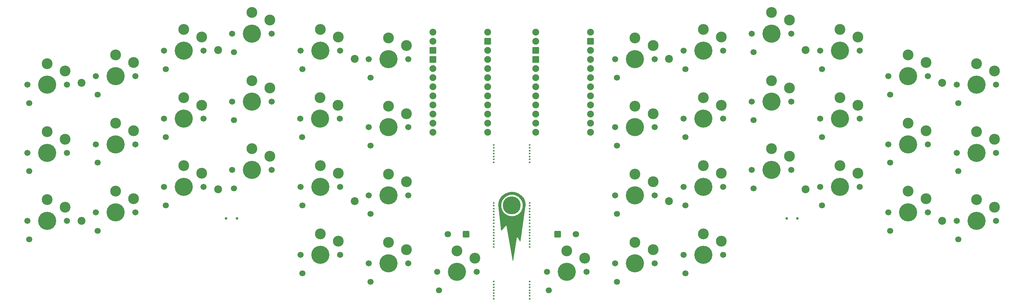
<source format=gbr>
%TF.GenerationSoftware,KiCad,Pcbnew,9.0.4*%
%TF.CreationDate,2025-09-16T20:03:49+03:00*%
%TF.ProjectId,KOMETA,4b4f4d45-5441-42e6-9b69-6361645f7063,rev?*%
%TF.SameCoordinates,Original*%
%TF.FileFunction,Soldermask,Top*%
%TF.FilePolarity,Negative*%
%FSLAX46Y46*%
G04 Gerber Fmt 4.6, Leading zero omitted, Abs format (unit mm)*
G04 Created by KiCad (PCBNEW 9.0.4) date 2025-09-16 20:03:49*
%MOMM*%
%LPD*%
G01*
G04 APERTURE LIST*
G04 Aperture macros list*
%AMRoundRect*
0 Rectangle with rounded corners*
0 $1 Rounding radius*
0 $2 $3 $4 $5 $6 $7 $8 $9 X,Y pos of 4 corners*
0 Add a 4 corners polygon primitive as box body*
4,1,4,$2,$3,$4,$5,$6,$7,$8,$9,$2,$3,0*
0 Add four circle primitives for the rounded corners*
1,1,$1+$1,$2,$3*
1,1,$1+$1,$4,$5*
1,1,$1+$1,$6,$7*
1,1,$1+$1,$8,$9*
0 Add four rect primitives between the rounded corners*
20,1,$1+$1,$2,$3,$4,$5,0*
20,1,$1+$1,$4,$5,$6,$7,0*
20,1,$1+$1,$6,$7,$8,$9,0*
20,1,$1+$1,$8,$9,$2,$3,0*%
G04 Aperture macros list end*
%ADD10C,0.000000*%
%ADD11C,2.200000*%
%ADD12C,1.701800*%
%ADD13C,1.700000*%
%ADD14C,3.010000*%
%ADD15C,5.050000*%
%ADD16C,0.500000*%
%ADD17C,0.700000*%
%ADD18C,1.800000*%
%ADD19RoundRect,0.200000X-0.700000X0.700000X-0.700000X-0.700000X0.700000X-0.700000X0.700000X0.700000X0*%
%ADD20O,1.900000X1.900000*%
%ADD21RoundRect,0.250000X-0.700000X-0.700000X0.700000X-0.700000X0.700000X0.700000X-0.700000X0.700000X0*%
%ADD22C,5.000000*%
%ADD23RoundRect,0.200000X0.700000X-0.700000X0.700000X0.700000X-0.700000X0.700000X-0.700000X-0.700000X0*%
G04 APERTURE END LIST*
D10*
G36*
X207656164Y-161918899D02*
G01*
X207903342Y-161947400D01*
X208148593Y-161992168D01*
X208391087Y-162053188D01*
X208629994Y-162130448D01*
X208864484Y-162223933D01*
X209093726Y-162333630D01*
X209316892Y-162459526D01*
X209536850Y-162593578D01*
X209669239Y-162678585D01*
X209797005Y-162769348D01*
X209919995Y-162865664D01*
X210038055Y-162967333D01*
X210151032Y-163074154D01*
X210258773Y-163185925D01*
X210361124Y-163302444D01*
X210457931Y-163423512D01*
X210549042Y-163548926D01*
X210634304Y-163678485D01*
X210713562Y-163811988D01*
X210786664Y-163949234D01*
X210853456Y-164090022D01*
X210913784Y-164234150D01*
X210967497Y-164381416D01*
X211014439Y-164531621D01*
X211037908Y-164617708D01*
X211059054Y-164704282D01*
X211077873Y-164791295D01*
X211094363Y-164878701D01*
X211108520Y-164966453D01*
X211120341Y-165054504D01*
X211129823Y-165142807D01*
X211136963Y-165231315D01*
X211141758Y-165319982D01*
X211144205Y-165408760D01*
X211144299Y-165497602D01*
X211142039Y-165586462D01*
X211137421Y-165675293D01*
X211130443Y-165764047D01*
X211121099Y-165852679D01*
X211109389Y-165941140D01*
X209738435Y-175683791D01*
X209736928Y-175691875D01*
X209734846Y-175699573D01*
X209732219Y-175706875D01*
X209729081Y-175713778D01*
X209725463Y-175720273D01*
X209721397Y-175726355D01*
X209716915Y-175732017D01*
X209712048Y-175737253D01*
X209706831Y-175742057D01*
X209701293Y-175746422D01*
X209695467Y-175750342D01*
X209689385Y-175753811D01*
X209683080Y-175756821D01*
X209676583Y-175759367D01*
X209669925Y-175761443D01*
X209663140Y-175763042D01*
X209656260Y-175764157D01*
X209649315Y-175764783D01*
X209642339Y-175764912D01*
X209635362Y-175764539D01*
X209628418Y-175763658D01*
X209621538Y-175762261D01*
X209614755Y-175760342D01*
X209608099Y-175757896D01*
X209601604Y-175754916D01*
X209595302Y-175751394D01*
X209589223Y-175747326D01*
X209583401Y-175742704D01*
X209577867Y-175737523D01*
X209572653Y-175731776D01*
X209567792Y-175725456D01*
X209563315Y-175718557D01*
X208922915Y-174641410D01*
X208918472Y-174634562D01*
X208913649Y-174628283D01*
X208908476Y-174622567D01*
X208902986Y-174617408D01*
X208897209Y-174612801D01*
X208891178Y-174608738D01*
X208884923Y-174605215D01*
X208878476Y-174602224D01*
X208871869Y-174599761D01*
X208865133Y-174597819D01*
X208858299Y-174596392D01*
X208851399Y-174595473D01*
X208844465Y-174595058D01*
X208837528Y-174595140D01*
X208830619Y-174595713D01*
X208823770Y-174596771D01*
X208817012Y-174598308D01*
X208810376Y-174600319D01*
X208803895Y-174602796D01*
X208797600Y-174605734D01*
X208791522Y-174609127D01*
X208785692Y-174612969D01*
X208780142Y-174617254D01*
X208774904Y-174621976D01*
X208770009Y-174627129D01*
X208765488Y-174632707D01*
X208761373Y-174638704D01*
X208757695Y-174645114D01*
X208754487Y-174651931D01*
X208751778Y-174659149D01*
X208749601Y-174666762D01*
X208747988Y-174674764D01*
X207717892Y-181073625D01*
X207715918Y-181083194D01*
X207713206Y-181092152D01*
X207709807Y-181100500D01*
X207705769Y-181108237D01*
X207701140Y-181115363D01*
X207695970Y-181121878D01*
X207690307Y-181127781D01*
X207684200Y-181133071D01*
X207677697Y-181137749D01*
X207670848Y-181141813D01*
X207663701Y-181145264D01*
X207656305Y-181148101D01*
X207648708Y-181150323D01*
X207640960Y-181151930D01*
X207633109Y-181152922D01*
X207625204Y-181153299D01*
X207617294Y-181153059D01*
X207609427Y-181152203D01*
X207601652Y-181150729D01*
X207594018Y-181148639D01*
X207586574Y-181145930D01*
X207579368Y-181142603D01*
X207572450Y-181138658D01*
X207565867Y-181134093D01*
X207559669Y-181128909D01*
X207553904Y-181123105D01*
X207548622Y-181116681D01*
X207543870Y-181109636D01*
X207539699Y-181101970D01*
X207536155Y-181093682D01*
X207533289Y-181084773D01*
X207531149Y-181075240D01*
X205799717Y-171394060D01*
X205798135Y-171386768D01*
X205796070Y-171379793D01*
X205793549Y-171373142D01*
X205790596Y-171366821D01*
X205787236Y-171360837D01*
X205783493Y-171355196D01*
X205779393Y-171349905D01*
X205774961Y-171344970D01*
X205770221Y-171340398D01*
X205765198Y-171336195D01*
X205759917Y-171332368D01*
X205754403Y-171328924D01*
X205748680Y-171325869D01*
X205742774Y-171323209D01*
X205736710Y-171320951D01*
X205730512Y-171319102D01*
X205724205Y-171317668D01*
X205717814Y-171316655D01*
X205711364Y-171316071D01*
X205704880Y-171315922D01*
X205698387Y-171316213D01*
X205691908Y-171316953D01*
X205685471Y-171318147D01*
X205679098Y-171319801D01*
X205672815Y-171321923D01*
X205666647Y-171324519D01*
X205660619Y-171327595D01*
X205654756Y-171331159D01*
X205649082Y-171335215D01*
X205643622Y-171339772D01*
X205638402Y-171344836D01*
X205633445Y-171350412D01*
X204515078Y-172705172D01*
X204509962Y-172710918D01*
X204504573Y-172716116D01*
X204498938Y-172720774D01*
X204493085Y-172724900D01*
X204487038Y-172728502D01*
X204480825Y-172731587D01*
X204474472Y-172734163D01*
X204468007Y-172736239D01*
X204461455Y-172737822D01*
X204454843Y-172738920D01*
X204448198Y-172739540D01*
X204441546Y-172739690D01*
X204434914Y-172739379D01*
X204428329Y-172738614D01*
X204421817Y-172737403D01*
X204415404Y-172735753D01*
X204409117Y-172733673D01*
X204402984Y-172731171D01*
X204397030Y-172728253D01*
X204391282Y-172724928D01*
X204385766Y-172721204D01*
X204380510Y-172717089D01*
X204375539Y-172712590D01*
X204370881Y-172707715D01*
X204366562Y-172702472D01*
X204362608Y-172696869D01*
X204359047Y-172690913D01*
X204355904Y-172684613D01*
X204353207Y-172677976D01*
X204350981Y-172671010D01*
X204349254Y-172663723D01*
X204348052Y-172656123D01*
X203582393Y-165824899D01*
X203572866Y-165735227D01*
X203566163Y-165650333D01*
X204360715Y-165650333D01*
X204362081Y-165804091D01*
X204371127Y-165955957D01*
X204387669Y-166105739D01*
X204411522Y-166253248D01*
X204442502Y-166398292D01*
X204480424Y-166540682D01*
X204525103Y-166680225D01*
X204576356Y-166816732D01*
X204633997Y-166950011D01*
X204697841Y-167079872D01*
X204767705Y-167206125D01*
X204843404Y-167328577D01*
X204924753Y-167447040D01*
X205011567Y-167561321D01*
X205103662Y-167671231D01*
X205200854Y-167776578D01*
X205302957Y-167877172D01*
X205409787Y-167972822D01*
X205521160Y-168063337D01*
X205636891Y-168148527D01*
X205756796Y-168228200D01*
X205880689Y-168302167D01*
X206008387Y-168370235D01*
X206139705Y-168432216D01*
X206274457Y-168487917D01*
X206412460Y-168537149D01*
X206553529Y-168579720D01*
X206697480Y-168615439D01*
X206844127Y-168644117D01*
X206993287Y-168665562D01*
X207144774Y-168679583D01*
X207298404Y-168685990D01*
X207452162Y-168684624D01*
X207604027Y-168675578D01*
X207753810Y-168659036D01*
X207901318Y-168635183D01*
X208046363Y-168604203D01*
X208188752Y-168566281D01*
X208328295Y-168521602D01*
X208464802Y-168470349D01*
X208598081Y-168412708D01*
X208727943Y-168348864D01*
X208854195Y-168279000D01*
X208976648Y-168203301D01*
X209095110Y-168121952D01*
X209209392Y-168035138D01*
X209319301Y-167943043D01*
X209424648Y-167845851D01*
X209525242Y-167743748D01*
X209620892Y-167636918D01*
X209711407Y-167525545D01*
X209796597Y-167409813D01*
X209876271Y-167289909D01*
X209950237Y-167166016D01*
X210018306Y-167038318D01*
X210080287Y-166907000D01*
X210135988Y-166772248D01*
X210185220Y-166634245D01*
X210227791Y-166493176D01*
X210263510Y-166349225D01*
X210292188Y-166202578D01*
X210313632Y-166053418D01*
X210327654Y-165901931D01*
X210334060Y-165748301D01*
X210332695Y-165594543D01*
X210323649Y-165442678D01*
X210307107Y-165292895D01*
X210283254Y-165145386D01*
X210252274Y-165000342D01*
X210214352Y-164857953D01*
X210169672Y-164718410D01*
X210118420Y-164581903D01*
X210060779Y-164448624D01*
X209996934Y-164318762D01*
X209927070Y-164192510D01*
X209851372Y-164070057D01*
X209770023Y-163951595D01*
X209683209Y-163837313D01*
X209591113Y-163727404D01*
X209493922Y-163622057D01*
X209391819Y-163521463D01*
X209284988Y-163425813D01*
X209173615Y-163335298D01*
X209057884Y-163250108D01*
X208937979Y-163170435D01*
X208814086Y-163096468D01*
X208686388Y-163028399D01*
X208555071Y-162966419D01*
X208420318Y-162910717D01*
X208282315Y-162861486D01*
X208141246Y-162818915D01*
X207997296Y-162783195D01*
X207850649Y-162754517D01*
X207701489Y-162733073D01*
X207550002Y-162719052D01*
X207396372Y-162712645D01*
X207242614Y-162714010D01*
X207090749Y-162723056D01*
X206940966Y-162739598D01*
X206793457Y-162763451D01*
X206648413Y-162794431D01*
X206506023Y-162832353D01*
X206366480Y-162877033D01*
X206229973Y-162928285D01*
X206096694Y-162985926D01*
X205966833Y-163049771D01*
X205840580Y-163119635D01*
X205718128Y-163195334D01*
X205599665Y-163276682D01*
X205485384Y-163363497D01*
X205375474Y-163455592D01*
X205270127Y-163552783D01*
X205169533Y-163654886D01*
X205073883Y-163761717D01*
X204983368Y-163873090D01*
X204898178Y-163988821D01*
X204818505Y-164108726D01*
X204744538Y-164232619D01*
X204676469Y-164360317D01*
X204614489Y-164491634D01*
X204558788Y-164626387D01*
X204509556Y-164764390D01*
X204466985Y-164905459D01*
X204431266Y-165049409D01*
X204402588Y-165196057D01*
X204381143Y-165345216D01*
X204367122Y-165496703D01*
X204360715Y-165650333D01*
X203566163Y-165650333D01*
X203565777Y-165645445D01*
X203561120Y-165555603D01*
X203558891Y-165465749D01*
X203559086Y-165375931D01*
X203561698Y-165286200D01*
X203566724Y-165196604D01*
X203574159Y-165107191D01*
X203583999Y-165018011D01*
X203596237Y-164929112D01*
X203610870Y-164840544D01*
X203627892Y-164752356D01*
X203647299Y-164664595D01*
X203669087Y-164577311D01*
X203693250Y-164490554D01*
X203719783Y-164404371D01*
X203771293Y-164256689D01*
X203829433Y-164112147D01*
X203894044Y-163970940D01*
X203964966Y-163833263D01*
X204042041Y-163699311D01*
X204125110Y-163569278D01*
X204214015Y-163443359D01*
X204308596Y-163321749D01*
X204408695Y-163204642D01*
X204514153Y-163092234D01*
X204624811Y-162984719D01*
X204740510Y-162882291D01*
X204861092Y-162785146D01*
X204986398Y-162693479D01*
X205116268Y-162607483D01*
X205250545Y-162527354D01*
X205481784Y-162396627D01*
X205708958Y-162278117D01*
X205941675Y-162175997D01*
X206179104Y-162090251D01*
X206420416Y-162020868D01*
X206664780Y-161967832D01*
X206911367Y-161931131D01*
X207159347Y-161910751D01*
X207407889Y-161906678D01*
X207656164Y-161918899D01*
G37*
D11*
%TO.C,H4*%
X87548000Y-170000000D03*
%TD*%
D12*
%TO.C,SW8*%
X91500000Y-148625000D03*
D13*
X92000000Y-153775000D03*
D14*
X97000000Y-142725000D03*
D15*
X97000000Y-148625000D03*
D14*
X102000000Y-144825000D03*
D12*
X102500000Y-148625000D03*
%TD*%
%TO.C,SW15*%
X110500000Y-160500000D03*
D13*
X111000000Y-165650000D03*
D14*
X116000000Y-154600000D03*
D15*
X116000000Y-160500000D03*
D14*
X121000000Y-156700000D03*
D12*
X121500000Y-160500000D03*
%TD*%
%TO.C,SW4*%
X129500000Y-117750000D03*
D13*
X130000000Y-122900000D03*
D14*
X135000000Y-111850000D03*
D15*
X135000000Y-117750000D03*
D14*
X140000000Y-113950000D03*
D12*
X140500000Y-117750000D03*
%TD*%
D11*
%TO.C,H3*%
X289050000Y-122300000D03*
%TD*%
D12*
%TO.C,SW37*%
X293100000Y-160500000D03*
D13*
X293600000Y-165650000D03*
D14*
X298600000Y-154600000D03*
D15*
X298600000Y-160500000D03*
D14*
X303600000Y-156700000D03*
D12*
X304100000Y-160500000D03*
%TD*%
%TO.C,SW42*%
X255100000Y-179500000D03*
D13*
X255600000Y-184650000D03*
D14*
X260600000Y-173600000D03*
D15*
X260600000Y-179500000D03*
D14*
X265600000Y-175700000D03*
D12*
X266100000Y-179500000D03*
%TD*%
%TO.C,SW39*%
X331100000Y-170000000D03*
D13*
X331600000Y-175150000D03*
D14*
X336600000Y-164100000D03*
D15*
X336600000Y-170000000D03*
D14*
X341600000Y-166200000D03*
D12*
X342100000Y-170000000D03*
%TD*%
%TO.C,SW31*%
X293100000Y-141500000D03*
D13*
X293600000Y-146650000D03*
D14*
X298600000Y-135600000D03*
D15*
X298600000Y-141500000D03*
D14*
X303600000Y-137700000D03*
D12*
X304100000Y-141500000D03*
%TD*%
%TO.C,SW26*%
X312100000Y-129625000D03*
D13*
X312600000Y-134775000D03*
D14*
X317600000Y-123725000D03*
D15*
X317600000Y-129625000D03*
D14*
X322600000Y-125825000D03*
D12*
X323100000Y-129625000D03*
%TD*%
D16*
%TO.C,BH*%
X202300000Y-172500000D03*
X202300000Y-173300000D03*
X202300000Y-174100000D03*
X202300000Y-174900000D03*
X202300000Y-175700000D03*
X202300000Y-176500000D03*
X202300000Y-177300000D03*
%TD*%
D11*
%TO.C,H12*%
X251050000Y-164500000D03*
%TD*%
D12*
%TO.C,SW27*%
X331100000Y-132000000D03*
D13*
X331600000Y-137150000D03*
D14*
X336600000Y-126100000D03*
D15*
X336600000Y-132000000D03*
D14*
X341600000Y-128200000D03*
D12*
X342100000Y-132000000D03*
%TD*%
%TO.C,SW2*%
X91500000Y-129625000D03*
D13*
X92000000Y-134775000D03*
D14*
X97000000Y-123725000D03*
D15*
X97000000Y-129625000D03*
D14*
X102000000Y-125825000D03*
D12*
X102500000Y-129625000D03*
%TD*%
%TO.C,SW23*%
X255100000Y-122500000D03*
D13*
X255600000Y-127650000D03*
D14*
X260600000Y-116600000D03*
D15*
X260600000Y-122500000D03*
D14*
X265600000Y-118700000D03*
D12*
X266100000Y-122500000D03*
%TD*%
%TO.C,SW38*%
X312100000Y-167625000D03*
D13*
X312600000Y-172775000D03*
D14*
X317600000Y-161725000D03*
D15*
X317600000Y-167625000D03*
D14*
X322600000Y-163825000D03*
D12*
X323100000Y-167625000D03*
%TD*%
%TO.C,SW40*%
X217100000Y-184250000D03*
D13*
X217600000Y-189400000D03*
D14*
X222600000Y-178350000D03*
D15*
X222600000Y-184250000D03*
D14*
X227600000Y-180450000D03*
D12*
X228100000Y-184250000D03*
%TD*%
%TO.C,SW28*%
X236100000Y-143875000D03*
D13*
X236600000Y-149025000D03*
D14*
X241600000Y-137975000D03*
D15*
X241600000Y-143875000D03*
D14*
X246600000Y-140075000D03*
D12*
X247100000Y-143875000D03*
%TD*%
D16*
%TO.C,BH*%
X212300000Y-148824000D03*
X212300000Y-149624000D03*
X212300000Y-150424000D03*
X212300000Y-151224000D03*
X212300000Y-152024000D03*
X212300000Y-152824000D03*
X212300000Y-153624000D03*
%TD*%
%TO.C,BH*%
X202300000Y-165000000D03*
X202300000Y-165800000D03*
X202300000Y-166600000D03*
X202300000Y-167400000D03*
X202300000Y-168200000D03*
X202300000Y-169000000D03*
X202300000Y-169800000D03*
%TD*%
D12*
%TO.C,SW22*%
X236100000Y-124875000D03*
D13*
X236600000Y-130025000D03*
D14*
X241600000Y-118975000D03*
D15*
X241600000Y-124875000D03*
D14*
X246600000Y-121075000D03*
D12*
X247100000Y-124875000D03*
%TD*%
%TO.C,SW24*%
X274100000Y-117750000D03*
D13*
X274600000Y-122900000D03*
D14*
X279600000Y-111850000D03*
D15*
X279600000Y-117750000D03*
D14*
X284600000Y-113950000D03*
D12*
X285100000Y-117750000D03*
%TD*%
D16*
%TO.C,BH*%
X202300000Y-148824000D03*
X202300000Y-149624000D03*
X202300000Y-150424000D03*
X202300000Y-151224000D03*
X202300000Y-152024000D03*
X202300000Y-152824000D03*
X202300000Y-153624000D03*
%TD*%
D12*
%TO.C,SW12*%
X167500000Y-143875000D03*
D13*
X168000000Y-149025000D03*
D14*
X173000000Y-137975000D03*
D15*
X173000000Y-143875000D03*
D14*
X178000000Y-140075000D03*
D12*
X178500000Y-143875000D03*
%TD*%
%TO.C,SW13*%
X72500000Y-170000000D03*
D13*
X73000000Y-175150000D03*
D14*
X78000000Y-164100000D03*
D15*
X78000000Y-170000000D03*
D14*
X83000000Y-166200000D03*
D12*
X83500000Y-170000000D03*
%TD*%
%TO.C,SW29*%
X255100000Y-141500000D03*
D13*
X255600000Y-146650000D03*
D14*
X260600000Y-135600000D03*
D15*
X260600000Y-141500000D03*
D14*
X265600000Y-137700000D03*
D12*
X266100000Y-141500000D03*
%TD*%
D11*
%TO.C,H11*%
X327050000Y-170000000D03*
%TD*%
D12*
%TO.C,SW6*%
X167500000Y-124875000D03*
D13*
X168000000Y-130025000D03*
D14*
X173000000Y-118975000D03*
D15*
X173000000Y-124875000D03*
D14*
X178000000Y-121075000D03*
D12*
X178500000Y-124875000D03*
%TD*%
%TO.C,SW41*%
X236100000Y-181875000D03*
D13*
X236600000Y-187025000D03*
D14*
X241600000Y-175975000D03*
D15*
X241600000Y-181875000D03*
D14*
X246600000Y-178075000D03*
D12*
X247100000Y-181875000D03*
%TD*%
%TO.C,SW1*%
X72500000Y-132000000D03*
D13*
X73000000Y-137150000D03*
D14*
X78000000Y-126100000D03*
D15*
X78000000Y-132000000D03*
D14*
X83000000Y-128200000D03*
D12*
X83500000Y-132000000D03*
%TD*%
D11*
%TO.C,H8*%
X327050000Y-131500000D03*
%TD*%
%TO.C,H2*%
X125550000Y-161200000D03*
%TD*%
D12*
%TO.C,SW14*%
X91500000Y-167625000D03*
D13*
X92000000Y-172775000D03*
D14*
X97000000Y-161725000D03*
D15*
X97000000Y-167625000D03*
D14*
X102000000Y-163825000D03*
D12*
X102500000Y-167625000D03*
%TD*%
%TO.C,SW18*%
X167500000Y-162875000D03*
D13*
X168000000Y-168025000D03*
D14*
X173000000Y-156975000D03*
D15*
X173000000Y-162875000D03*
D14*
X178000000Y-159075000D03*
D12*
X178500000Y-162875000D03*
%TD*%
%TO.C,SW32*%
X312100000Y-148625000D03*
D13*
X312600000Y-153775000D03*
D14*
X317600000Y-142725000D03*
D15*
X317600000Y-148625000D03*
D14*
X322600000Y-144825000D03*
D12*
X323100000Y-148625000D03*
%TD*%
D16*
%TO.C,BH*%
X212300000Y-165000000D03*
X212300000Y-165800000D03*
X212300000Y-166600000D03*
X212300000Y-167400000D03*
X212300000Y-168200000D03*
X212300000Y-169000000D03*
X212300000Y-169800000D03*
%TD*%
D11*
%TO.C,H7*%
X163550000Y-124800000D03*
%TD*%
D12*
%TO.C,SW25*%
X293100000Y-122500000D03*
D13*
X293600000Y-127650000D03*
D14*
X298600000Y-116600000D03*
D15*
X298600000Y-122500000D03*
D14*
X303600000Y-118700000D03*
D12*
X304100000Y-122500000D03*
%TD*%
D17*
%TO.C,PS_R1*%
X286800000Y-169350000D03*
X283800000Y-169350000D03*
%TD*%
D12*
%TO.C,SW10*%
X129500000Y-136750000D03*
D13*
X130000000Y-141900000D03*
D14*
X135000000Y-130850000D03*
D15*
X135000000Y-136750000D03*
D14*
X140000000Y-132950000D03*
D12*
X140500000Y-136750000D03*
%TD*%
D16*
%TO.C,BH*%
X202300000Y-186950000D03*
X202300000Y-187750000D03*
X202300000Y-188550000D03*
X202300000Y-189350000D03*
X202300000Y-190150000D03*
X202300000Y-190950000D03*
X202300000Y-191750000D03*
%TD*%
D18*
%TO.C,PW_R1*%
X225140000Y-173750000D03*
D19*
X220060000Y-173750000D03*
%TD*%
D17*
%TO.C,PS_L1*%
X130800000Y-169350000D03*
X127800000Y-169350000D03*
%TD*%
D20*
%TO.C,SM_L1*%
X185367540Y-117334195D03*
X185367540Y-119874195D03*
D21*
X185367540Y-122414195D03*
X185367540Y-124954195D03*
D20*
X185367540Y-127494195D03*
X185367540Y-130034195D03*
X185367540Y-132574195D03*
X185367540Y-135114195D03*
X185367540Y-137654195D03*
X185367540Y-140194195D03*
X185367540Y-142734195D03*
X185367540Y-145274195D03*
X200607540Y-145274195D03*
X200607540Y-142734195D03*
X200607540Y-140194195D03*
X200607540Y-137654195D03*
X200607540Y-135114195D03*
X200607540Y-132574195D03*
X200607540Y-130034195D03*
X200607540Y-127494195D03*
X200607540Y-124954195D03*
X200607540Y-122414195D03*
D21*
X200607540Y-119874195D03*
D20*
X200607540Y-117334195D03*
%TD*%
D12*
%TO.C,SW36*%
X274100000Y-155750000D03*
D13*
X274600000Y-160900000D03*
D14*
X279600000Y-149850000D03*
D15*
X279600000Y-155750000D03*
D14*
X284600000Y-151950000D03*
D12*
X285100000Y-155750000D03*
%TD*%
%TO.C,SW7*%
X72500000Y-151000000D03*
D13*
X73000000Y-156150000D03*
D14*
X78000000Y-145100000D03*
D15*
X78000000Y-151000000D03*
D14*
X83000000Y-147200000D03*
D12*
X83500000Y-151000000D03*
%TD*%
D11*
%TO.C,H5*%
X163550000Y-164500000D03*
%TD*%
D16*
%TO.C,BH*%
X212300000Y-186950000D03*
X212300000Y-187750000D03*
X212300000Y-188550000D03*
X212300000Y-189350000D03*
X212300000Y-190150000D03*
X212300000Y-190950000D03*
X212300000Y-191750000D03*
%TD*%
D12*
%TO.C,SW5*%
X148500000Y-122500000D03*
D13*
X149000000Y-127650000D03*
D14*
X154000000Y-116600000D03*
D15*
X154000000Y-122500000D03*
D14*
X159000000Y-118700000D03*
D12*
X159500000Y-122500000D03*
%TD*%
D22*
%TO.C,KeyChainHole1*%
X207299999Y-165700000D03*
%TD*%
D12*
%TO.C,SW30*%
X274100000Y-136750000D03*
D13*
X274600000Y-141900000D03*
D14*
X279600000Y-130850000D03*
D15*
X279600000Y-136750000D03*
D14*
X284600000Y-132950000D03*
D12*
X285100000Y-136750000D03*
%TD*%
D11*
%TO.C,H10*%
X125550000Y-122300000D03*
%TD*%
D12*
%TO.C,SW20*%
X167500000Y-181875000D03*
D13*
X168000000Y-187025000D03*
D14*
X173000000Y-175975000D03*
D15*
X173000000Y-181875000D03*
D14*
X178000000Y-178075000D03*
D12*
X178500000Y-181875000D03*
%TD*%
D11*
%TO.C,H9*%
X251050000Y-124800000D03*
%TD*%
D12*
%TO.C,SW17*%
X148500000Y-160500000D03*
D13*
X149000000Y-165650000D03*
D14*
X154000000Y-154600000D03*
D15*
X154000000Y-160500000D03*
D14*
X159000000Y-156700000D03*
D12*
X159500000Y-160500000D03*
%TD*%
%TO.C,SW19*%
X148500000Y-179500000D03*
D13*
X149000000Y-184650000D03*
D14*
X154000000Y-173600000D03*
D15*
X154000000Y-179500000D03*
D14*
X159000000Y-175700000D03*
D12*
X159500000Y-179500000D03*
%TD*%
%TO.C,SW35*%
X255100000Y-160500000D03*
D13*
X255600000Y-165650000D03*
D14*
X260600000Y-154600000D03*
D15*
X260600000Y-160500000D03*
D14*
X265600000Y-156700000D03*
D12*
X266100000Y-160500000D03*
%TD*%
%TO.C,SW33*%
X331100000Y-151000000D03*
D13*
X331600000Y-156150000D03*
D14*
X336600000Y-145100000D03*
D15*
X336600000Y-151000000D03*
D14*
X341600000Y-147200000D03*
D12*
X342100000Y-151000000D03*
%TD*%
D16*
%TO.C,BH*%
X212300000Y-172500000D03*
X212300000Y-173300000D03*
X212300000Y-174100000D03*
X212300000Y-174900000D03*
X212300000Y-175700000D03*
X212300000Y-176500000D03*
X212300000Y-177300000D03*
%TD*%
D12*
%TO.C,SW11*%
X148420000Y-141500000D03*
D13*
X148920000Y-146650000D03*
D14*
X153920000Y-135600000D03*
D15*
X153920000Y-141500000D03*
D14*
X158920000Y-137700000D03*
D12*
X159420000Y-141500000D03*
%TD*%
%TO.C,SW3*%
X110500000Y-122500000D03*
D13*
X111000000Y-127650000D03*
D14*
X116000000Y-116600000D03*
D15*
X116000000Y-122500000D03*
D14*
X121000000Y-118700000D03*
D12*
X121500000Y-122500000D03*
%TD*%
D11*
%TO.C,H1*%
X87550000Y-131500000D03*
%TD*%
D12*
%TO.C,SW9*%
X110500000Y-141500000D03*
D13*
X111000000Y-146650000D03*
D14*
X116000000Y-135600000D03*
D15*
X116000000Y-141500000D03*
D14*
X121000000Y-137700000D03*
D12*
X121500000Y-141500000D03*
%TD*%
%TO.C,SW16*%
X129500000Y-155750000D03*
D13*
X130000000Y-160900000D03*
D14*
X135000000Y-149850000D03*
D15*
X135000000Y-155750000D03*
D14*
X140000000Y-151950000D03*
D12*
X140500000Y-155750000D03*
%TD*%
D11*
%TO.C,H6*%
X289050000Y-161200000D03*
%TD*%
D20*
%TO.C,SM_R1*%
X213918540Y-117334195D03*
X213918540Y-119874195D03*
D21*
X213918540Y-122414195D03*
X213918540Y-124954195D03*
D20*
X213918540Y-127494195D03*
X213918540Y-130034195D03*
X213918540Y-132574195D03*
X213918540Y-135114195D03*
X213918540Y-137654195D03*
X213918540Y-140194195D03*
X213918540Y-142734195D03*
X213918540Y-145274195D03*
X229158540Y-145274195D03*
X229158540Y-142734195D03*
X229158540Y-140194195D03*
X229158540Y-137654195D03*
X229158540Y-135114195D03*
X229158540Y-132574195D03*
X229158540Y-130034195D03*
X229158540Y-127494195D03*
X229158540Y-124954195D03*
X229158540Y-122414195D03*
D21*
X229158540Y-119874195D03*
D20*
X229158540Y-117334195D03*
%TD*%
D12*
%TO.C,SW34*%
X236100000Y-162875000D03*
D13*
X236600000Y-168025000D03*
D14*
X241600000Y-156975000D03*
D15*
X241600000Y-162875000D03*
D14*
X246600000Y-159075000D03*
D12*
X247100000Y-162875000D03*
%TD*%
D18*
%TO.C,PW_L1*%
X189460000Y-173750000D03*
D23*
X194540000Y-173750000D03*
%TD*%
D12*
%TO.C,SW21*%
X186500000Y-184250000D03*
D13*
X187000000Y-189400000D03*
D14*
X192000000Y-178350000D03*
D15*
X192000000Y-184250000D03*
D14*
X197000000Y-180450000D03*
D12*
X197500000Y-184250000D03*
%TD*%
D16*
%TO.C,*%
X212300000Y-171600000D03*
%TD*%
%TO.C,*%
X212300000Y-170700000D03*
%TD*%
%TO.C,*%
X202300000Y-170700000D03*
%TD*%
%TO.C,*%
X202300000Y-171600000D03*
%TD*%
M02*

</source>
